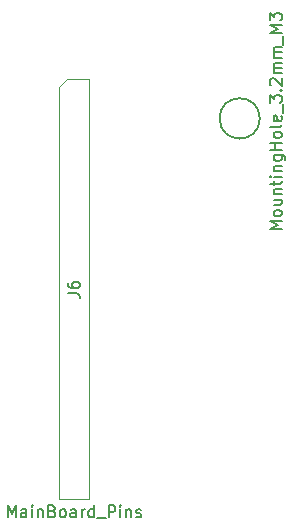
<source format=gbr>
%TF.GenerationSoftware,KiCad,Pcbnew,5.1.9+dfsg1-1~bpo10+1*%
%TF.CreationDate,2022-02-02T01:18:29+08:00*%
%TF.ProjectId,MiniADSR 1.0.1 - Main,4d696e69-4144-4535-9220-312e302e3120,rev?*%
%TF.SameCoordinates,Original*%
%TF.FileFunction,Other,Fab,Top*%
%FSLAX46Y46*%
G04 Gerber Fmt 4.6, Leading zero omitted, Abs format (unit mm)*
G04 Created by KiCad (PCBNEW 5.1.9+dfsg1-1~bpo10+1) date 2022-02-02 01:18:29*
%MOMM*%
%LPD*%
G01*
G04 APERTURE LIST*
%ADD10C,0.150000*%
%ADD11C,0.100000*%
G04 APERTURE END LIST*
D10*
X152705877Y-122500000D02*
G75*
G03*
X152705877Y-122500000I-1702939J0D01*
G01*
D11*
%TO.C,J6*%
X135730000Y-119835000D02*
X136365000Y-119200000D01*
X135730000Y-154760000D02*
X135730000Y-119835000D01*
X138270000Y-154760000D02*
X135730000Y-154760000D01*
X138270000Y-119200000D02*
X138270000Y-154760000D01*
X136365000Y-119200000D02*
X138270000Y-119200000D01*
%TD*%
%TO.C,J6*%
D10*
X131380952Y-156272380D02*
X131380952Y-155272380D01*
X131714285Y-155986666D01*
X132047619Y-155272380D01*
X132047619Y-156272380D01*
X132952380Y-156272380D02*
X132952380Y-155748571D01*
X132904761Y-155653333D01*
X132809523Y-155605714D01*
X132619047Y-155605714D01*
X132523809Y-155653333D01*
X132952380Y-156224761D02*
X132857142Y-156272380D01*
X132619047Y-156272380D01*
X132523809Y-156224761D01*
X132476190Y-156129523D01*
X132476190Y-156034285D01*
X132523809Y-155939047D01*
X132619047Y-155891428D01*
X132857142Y-155891428D01*
X132952380Y-155843809D01*
X133428571Y-156272380D02*
X133428571Y-155605714D01*
X133428571Y-155272380D02*
X133380952Y-155320000D01*
X133428571Y-155367619D01*
X133476190Y-155320000D01*
X133428571Y-155272380D01*
X133428571Y-155367619D01*
X133904761Y-155605714D02*
X133904761Y-156272380D01*
X133904761Y-155700952D02*
X133952380Y-155653333D01*
X134047619Y-155605714D01*
X134190476Y-155605714D01*
X134285714Y-155653333D01*
X134333333Y-155748571D01*
X134333333Y-156272380D01*
X135142857Y-155748571D02*
X135285714Y-155796190D01*
X135333333Y-155843809D01*
X135380952Y-155939047D01*
X135380952Y-156081904D01*
X135333333Y-156177142D01*
X135285714Y-156224761D01*
X135190476Y-156272380D01*
X134809523Y-156272380D01*
X134809523Y-155272380D01*
X135142857Y-155272380D01*
X135238095Y-155320000D01*
X135285714Y-155367619D01*
X135333333Y-155462857D01*
X135333333Y-155558095D01*
X135285714Y-155653333D01*
X135238095Y-155700952D01*
X135142857Y-155748571D01*
X134809523Y-155748571D01*
X135952380Y-156272380D02*
X135857142Y-156224761D01*
X135809523Y-156177142D01*
X135761904Y-156081904D01*
X135761904Y-155796190D01*
X135809523Y-155700952D01*
X135857142Y-155653333D01*
X135952380Y-155605714D01*
X136095238Y-155605714D01*
X136190476Y-155653333D01*
X136238095Y-155700952D01*
X136285714Y-155796190D01*
X136285714Y-156081904D01*
X136238095Y-156177142D01*
X136190476Y-156224761D01*
X136095238Y-156272380D01*
X135952380Y-156272380D01*
X137142857Y-156272380D02*
X137142857Y-155748571D01*
X137095238Y-155653333D01*
X137000000Y-155605714D01*
X136809523Y-155605714D01*
X136714285Y-155653333D01*
X137142857Y-156224761D02*
X137047619Y-156272380D01*
X136809523Y-156272380D01*
X136714285Y-156224761D01*
X136666666Y-156129523D01*
X136666666Y-156034285D01*
X136714285Y-155939047D01*
X136809523Y-155891428D01*
X137047619Y-155891428D01*
X137142857Y-155843809D01*
X137619047Y-156272380D02*
X137619047Y-155605714D01*
X137619047Y-155796190D02*
X137666666Y-155700952D01*
X137714285Y-155653333D01*
X137809523Y-155605714D01*
X137904761Y-155605714D01*
X138666666Y-156272380D02*
X138666666Y-155272380D01*
X138666666Y-156224761D02*
X138571428Y-156272380D01*
X138380952Y-156272380D01*
X138285714Y-156224761D01*
X138238095Y-156177142D01*
X138190476Y-156081904D01*
X138190476Y-155796190D01*
X138238095Y-155700952D01*
X138285714Y-155653333D01*
X138380952Y-155605714D01*
X138571428Y-155605714D01*
X138666666Y-155653333D01*
X138904761Y-156367619D02*
X139666666Y-156367619D01*
X139904761Y-156272380D02*
X139904761Y-155272380D01*
X140285714Y-155272380D01*
X140380952Y-155320000D01*
X140428571Y-155367619D01*
X140476190Y-155462857D01*
X140476190Y-155605714D01*
X140428571Y-155700952D01*
X140380952Y-155748571D01*
X140285714Y-155796190D01*
X139904761Y-155796190D01*
X140904761Y-156272380D02*
X140904761Y-155605714D01*
X140904761Y-155272380D02*
X140857142Y-155320000D01*
X140904761Y-155367619D01*
X140952380Y-155320000D01*
X140904761Y-155272380D01*
X140904761Y-155367619D01*
X141380952Y-155605714D02*
X141380952Y-156272380D01*
X141380952Y-155700952D02*
X141428571Y-155653333D01*
X141523809Y-155605714D01*
X141666666Y-155605714D01*
X141761904Y-155653333D01*
X141809523Y-155748571D01*
X141809523Y-156272380D01*
X142238095Y-156224761D02*
X142333333Y-156272380D01*
X142523809Y-156272380D01*
X142619047Y-156224761D01*
X142666666Y-156129523D01*
X142666666Y-156081904D01*
X142619047Y-155986666D01*
X142523809Y-155939047D01*
X142380952Y-155939047D01*
X142285714Y-155891428D01*
X142238095Y-155796190D01*
X142238095Y-155748571D01*
X142285714Y-155653333D01*
X142380952Y-155605714D01*
X142523809Y-155605714D01*
X142619047Y-155653333D01*
X136452380Y-137313333D02*
X137166666Y-137313333D01*
X137309523Y-137360952D01*
X137404761Y-137456190D01*
X137452380Y-137599047D01*
X137452380Y-137694285D01*
X136452380Y-136408571D02*
X136452380Y-136599047D01*
X136500000Y-136694285D01*
X136547619Y-136741904D01*
X136690476Y-136837142D01*
X136880952Y-136884761D01*
X137261904Y-136884761D01*
X137357142Y-136837142D01*
X137404761Y-136789523D01*
X137452380Y-136694285D01*
X137452380Y-136503809D01*
X137404761Y-136408571D01*
X137357142Y-136360952D01*
X137261904Y-136313333D01*
X137023809Y-136313333D01*
X136928571Y-136360952D01*
X136880952Y-136408571D01*
X136833333Y-136503809D01*
X136833333Y-136694285D01*
X136880952Y-136789523D01*
X136928571Y-136837142D01*
X137023809Y-136884761D01*
%TO.C,REF\u002A\u002A*%
X154552380Y-131869047D02*
X153552380Y-131869047D01*
X154266666Y-131535714D01*
X153552380Y-131202380D01*
X154552380Y-131202380D01*
X154552380Y-130583333D02*
X154504761Y-130678571D01*
X154457142Y-130726190D01*
X154361904Y-130773809D01*
X154076190Y-130773809D01*
X153980952Y-130726190D01*
X153933333Y-130678571D01*
X153885714Y-130583333D01*
X153885714Y-130440476D01*
X153933333Y-130345238D01*
X153980952Y-130297619D01*
X154076190Y-130250000D01*
X154361904Y-130250000D01*
X154457142Y-130297619D01*
X154504761Y-130345238D01*
X154552380Y-130440476D01*
X154552380Y-130583333D01*
X153885714Y-129392857D02*
X154552380Y-129392857D01*
X153885714Y-129821428D02*
X154409523Y-129821428D01*
X154504761Y-129773809D01*
X154552380Y-129678571D01*
X154552380Y-129535714D01*
X154504761Y-129440476D01*
X154457142Y-129392857D01*
X153885714Y-128916666D02*
X154552380Y-128916666D01*
X153980952Y-128916666D02*
X153933333Y-128869047D01*
X153885714Y-128773809D01*
X153885714Y-128630952D01*
X153933333Y-128535714D01*
X154028571Y-128488095D01*
X154552380Y-128488095D01*
X153885714Y-128154761D02*
X153885714Y-127773809D01*
X153552380Y-128011904D02*
X154409523Y-128011904D01*
X154504761Y-127964285D01*
X154552380Y-127869047D01*
X154552380Y-127773809D01*
X154552380Y-127440476D02*
X153885714Y-127440476D01*
X153552380Y-127440476D02*
X153600000Y-127488095D01*
X153647619Y-127440476D01*
X153600000Y-127392857D01*
X153552380Y-127440476D01*
X153647619Y-127440476D01*
X153885714Y-126964285D02*
X154552380Y-126964285D01*
X153980952Y-126964285D02*
X153933333Y-126916666D01*
X153885714Y-126821428D01*
X153885714Y-126678571D01*
X153933333Y-126583333D01*
X154028571Y-126535714D01*
X154552380Y-126535714D01*
X153885714Y-125630952D02*
X154695238Y-125630952D01*
X154790476Y-125678571D01*
X154838095Y-125726190D01*
X154885714Y-125821428D01*
X154885714Y-125964285D01*
X154838095Y-126059523D01*
X154504761Y-125630952D02*
X154552380Y-125726190D01*
X154552380Y-125916666D01*
X154504761Y-126011904D01*
X154457142Y-126059523D01*
X154361904Y-126107142D01*
X154076190Y-126107142D01*
X153980952Y-126059523D01*
X153933333Y-126011904D01*
X153885714Y-125916666D01*
X153885714Y-125726190D01*
X153933333Y-125630952D01*
X154552380Y-125154761D02*
X153552380Y-125154761D01*
X154028571Y-125154761D02*
X154028571Y-124583333D01*
X154552380Y-124583333D02*
X153552380Y-124583333D01*
X154552380Y-123964285D02*
X154504761Y-124059523D01*
X154457142Y-124107142D01*
X154361904Y-124154761D01*
X154076190Y-124154761D01*
X153980952Y-124107142D01*
X153933333Y-124059523D01*
X153885714Y-123964285D01*
X153885714Y-123821428D01*
X153933333Y-123726190D01*
X153980952Y-123678571D01*
X154076190Y-123630952D01*
X154361904Y-123630952D01*
X154457142Y-123678571D01*
X154504761Y-123726190D01*
X154552380Y-123821428D01*
X154552380Y-123964285D01*
X154552380Y-123059523D02*
X154504761Y-123154761D01*
X154409523Y-123202380D01*
X153552380Y-123202380D01*
X154504761Y-122297619D02*
X154552380Y-122392857D01*
X154552380Y-122583333D01*
X154504761Y-122678571D01*
X154409523Y-122726190D01*
X154028571Y-122726190D01*
X153933333Y-122678571D01*
X153885714Y-122583333D01*
X153885714Y-122392857D01*
X153933333Y-122297619D01*
X154028571Y-122250000D01*
X154123809Y-122250000D01*
X154219047Y-122726190D01*
X154647619Y-122059523D02*
X154647619Y-121297619D01*
X153552380Y-121154761D02*
X153552380Y-120535714D01*
X153933333Y-120869047D01*
X153933333Y-120726190D01*
X153980952Y-120630952D01*
X154028571Y-120583333D01*
X154123809Y-120535714D01*
X154361904Y-120535714D01*
X154457142Y-120583333D01*
X154504761Y-120630952D01*
X154552380Y-120726190D01*
X154552380Y-121011904D01*
X154504761Y-121107142D01*
X154457142Y-121154761D01*
X154457142Y-120107142D02*
X154504761Y-120059523D01*
X154552380Y-120107142D01*
X154504761Y-120154761D01*
X154457142Y-120107142D01*
X154552380Y-120107142D01*
X153647619Y-119678571D02*
X153600000Y-119630952D01*
X153552380Y-119535714D01*
X153552380Y-119297619D01*
X153600000Y-119202380D01*
X153647619Y-119154761D01*
X153742857Y-119107142D01*
X153838095Y-119107142D01*
X153980952Y-119154761D01*
X154552380Y-119726190D01*
X154552380Y-119107142D01*
X154552380Y-118678571D02*
X153885714Y-118678571D01*
X153980952Y-118678571D02*
X153933333Y-118630952D01*
X153885714Y-118535714D01*
X153885714Y-118392857D01*
X153933333Y-118297619D01*
X154028571Y-118250000D01*
X154552380Y-118250000D01*
X154028571Y-118250000D02*
X153933333Y-118202380D01*
X153885714Y-118107142D01*
X153885714Y-117964285D01*
X153933333Y-117869047D01*
X154028571Y-117821428D01*
X154552380Y-117821428D01*
X154552380Y-117345238D02*
X153885714Y-117345238D01*
X153980952Y-117345238D02*
X153933333Y-117297619D01*
X153885714Y-117202380D01*
X153885714Y-117059523D01*
X153933333Y-116964285D01*
X154028571Y-116916666D01*
X154552380Y-116916666D01*
X154028571Y-116916666D02*
X153933333Y-116869047D01*
X153885714Y-116773809D01*
X153885714Y-116630952D01*
X153933333Y-116535714D01*
X154028571Y-116488095D01*
X154552380Y-116488095D01*
X154647619Y-116250000D02*
X154647619Y-115488095D01*
X154552380Y-115250000D02*
X153552380Y-115250000D01*
X154266666Y-114916666D01*
X153552380Y-114583333D01*
X154552380Y-114583333D01*
X153552380Y-114202380D02*
X153552380Y-113583333D01*
X153933333Y-113916666D01*
X153933333Y-113773809D01*
X153980952Y-113678571D01*
X154028571Y-113630952D01*
X154123809Y-113583333D01*
X154361904Y-113583333D01*
X154457142Y-113630952D01*
X154504761Y-113678571D01*
X154552380Y-113773809D01*
X154552380Y-114059523D01*
X154504761Y-114154761D01*
X154457142Y-114202380D01*
%TD*%
M02*

</source>
